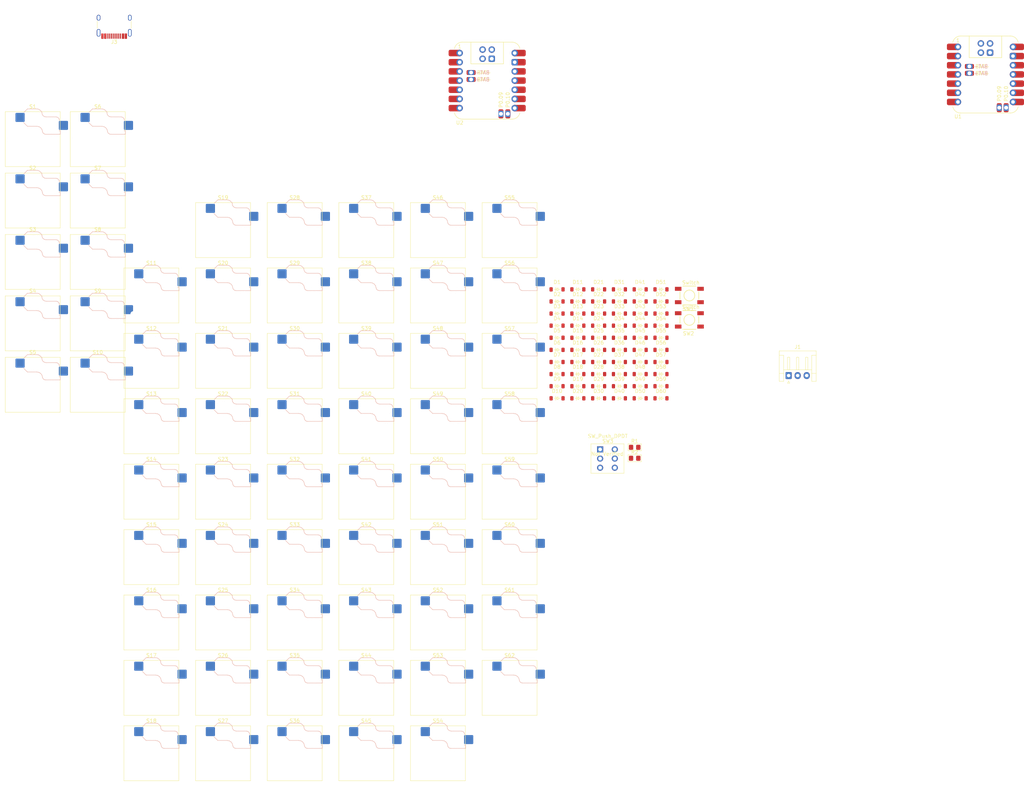
<source format=kicad_pcb>
(kicad_pcb (version 20221018) (generator pcbnew)
  (layers (0 "F.Cu" signal) (31 "B.Cu" signal) (34 "B.Paste" user) (35 "F.Paste" user) (36 "B.SilkS" user "B.Silkscreen") (37 "F.SilkS" user "F.Silkscreen") (38 "B.Mask" user) (39 "F.Mask" user) (44 "Edge.Cuts" user))
  (net 0 "")
  (net 1 "Row0L")
  (net 2 "Net-(D1-A)")
  (net 3 "Net-(D2-A)")
  (net 4 "Net-(D3-A)")
  (net 5 "Net-(D4-A)")
  (net 6 "Net-(D5-A)")
  (net 7 "Net-(D6-A)")
  (net 8 "Row1L")
  (net 9 "Net-(D7-A)")
  (net 10 "Net-(D8-A)")
  (net 11 "Net-(D9-A)")
  (net 12 "Net-(D10-A)")
  (net 13 "Net-(D11-A)")
  (net 14 "Net-(D12-A)")
  (net 15 "Row2L")
  (net 16 "Net-(D13-A)")
  (net 17 "Net-(D14-A)")
  (net 18 "Net-(D15-A)")
  (net 19 "Net-(D16-A)")
  (net 20 "Net-(D17-A)")
  (net 21 "Net-(D18-A)")
  (net 22 "Row3L")
  (net 23 "Net-(D19-A)")
  (net 24 "Net-(D20-A)")
  (net 25 "Net-(D21-A)")
  (net 26 "Net-(D22-A)")
  (net 27 "Net-(D23-A)")
  (net 28 "Net-(D24-A)")
  (net 29 "Row4L")
  (net 30 "Net-(D25-A)")
  (net 31 "Net-(D26-A)")
  (net 32 "Net-(D27-A)")
  (net 33 "Net-(D28-A)")
  (net 34 "Net-(D29-A)")
  (net 35 "Net-(D30-A)")
  (net 36 "Row0R")
  (net 37 "Net-(D31-A)")
  (net 38 "Row1R")
  (net 39 "Net-(D32-A)")
  (net 40 "Row2R")
  (net 41 "Net-(D33-A)")
  (net 42 "Row3R")
  (net 43 "Net-(D34-A)")
  (net 44 "Row4R")
  (net 45 "Net-(D35-A)")
  (net 46 "Net-(D36-A)")
  (net 47 "Net-(D37-A)")
  (net 48 "Net-(D38-A)")
  (net 49 "Net-(D39-A)")
  (net 50 "Net-(D40-A)")
  (net 51 "Net-(D41-A)")
  (net 52 "Net-(D42-A)")
  (net 53 "Net-(D43-A)")
  (net 54 "Net-(D44-A)")
  (net 55 "Net-(D45-A)")
  (net 56 "Net-(D46-A)")
  (net 57 "Net-(D47-A)")
  (net 58 "Net-(D48-A)")
  (net 59 "Net-(D49-A)")
  (net 60 "Net-(D50-A)")
  (net 61 "Net-(D51-A)")
  (net 62 "Net-(D52-A)")
  (net 63 "Net-(D53-A)")
  (net 64 "Net-(D54-A)")
  (net 65 "Net-(D55-A)")
  (net 66 "Net-(D56-A)")
  (net 67 "Net-(D57-A)")
  (net 68 "Net-(D58-A)")
  (net 69 "Net-(D59-A)")
  (net 70 "Net-(D60-A)")
  (net 71 "GND")
  (net 72 "3V3")
  (net 73 "VCC")
  (net 74 "Net-(J3-CC1)")
  (net 75 "D+")
  (net 76 "D-")
  (net 78 "Net-(J3-CC2)")
  (net 81 "Col0L")
  (net 82 "Col1L")
  (net 83 "Col2L")
  (net 84 "Col3L")
  (net 85 "Col4L")
  (net 86 "Col5L")
  (net 87 "Col0R")
  (net 88 "Col1R")
  (net 89 "Col2R")
  (net 90 "Col3R")
  (net 91 "Col4R")
  (net 92 "Col5R")
  (net 93 "Net-(U2-RST)")
  (net 94 "Net-(U1-RST)")
  (net 95 "5V")
  (net 96 "VBAT")
  (footprint "ScottoKeebs_Hotswap:Hotswap_Choc_V1V2_1.00u" (layer "F.Cu") (at 86.675 104.3)
    (fp_text reference "S20")
    (fp_text value "Keyswitch")
  )
  (footprint "ScottoKeebs_Components:Diode_SOD-123" (layer "F.Cu") (at 184.87 109.305)
    (fp_text reference "D13")
    (fp_text value "Diode")
  )
  (footprint "ScottoKeebs_Hotswap:Hotswap_Choc_V1V2_1.00u" (layer "F.Cu") (at 66.85 194.8)
    (fp_text reference "S16")
    (fp_text value "Keyswitch")
  )
  (footprint "ScottoKeebs_Hotswap:Hotswap_Choc_V1V2_1.00u" (layer "F.Cu") (at 165.975 122.4)
    (fp_text reference "S57")
    (fp_text value "Keyswitch")
  )
  (footprint "ScottoKeebs_Components:Diode_SOD-123" (layer "F.Cu") (at 196.37 105.955)
    (fp_text reference "D32")
    (fp_text value "Diode")
  )
  (footprint "ScottoKeebs_Components:Diode_SOD-123" (layer "F.Cu") (at 184.87 119.355)
    (fp_text reference "D16")
    (fp_text value "Diode")
  )
  (footprint "ScottoKeebs_Hotswap:Hotswap_Choc_V1V2_1.00u" (layer "F.Cu") (at 66.85 104.3)
    (fp_text reference "S11")
    (fp_text value "Keyswitch")
  )
  (footprint "ScottoKeebs_Hotswap:Hotswap_Choc_V1V2_1.00u" (layer "F.Cu") (at 66.85 140.5)
    (fp_text reference "S13")
    (fp_text value "Keyswitch")
  )
  (footprint "ScottoKeebs_Hotswap:Hotswap_Choc_V1V2_1.00u" (layer "F.Cu") (at 106.5 212.9)
    (fp_text reference "S35")
    (fp_text value "Keyswitch")
  )
  (footprint "ScottoKeebs_Components:Diode_SOD-123" (layer "F.Cu") (at 207.87 119.355)
    (fp_text reference "D56")
    (fp_text value "Diode")
  )
  (footprint "ScottoKeebs_Components:Diode_SOD-123" (layer "F.Cu") (at 190.62 112.655)
    (fp_text reference "D24")
    (fp_text value "Diode")
  )
  (footprint "ScottoKeebs_Components:Diode_SOD-123" (layer "F.Cu") (at 207.87 109.305)
    (fp_text reference "D53")
    (fp_text value "Diode")
  )
  (footprint "ScottoKeebs_Components:Diode_SOD-123" (layer "F.Cu") (at 207.87 116.005)
    (fp_text reference "D55")
    (fp_text value "Diode")
  )
  (footprint "ScottoKeebs_Hotswap:Hotswap_Choc_V1V2_1.00u" (layer "F.Cu") (at 86.675 140.5)
    (fp_text reference "S22")
    (fp_text value "Keyswitch")
  )
  (footprint "ScottoKeebs_Components:Diode_SOD-123" (layer "F.Cu") (at 179.12 102.605)
    (fp_text reference "D1")
    (fp_text value "Diode")
  )
  (footprint "ScottoKeebs_Hotswap:Hotswap_Choc_V1V2_1.00u" (layer "F.Cu") (at 34 61.025)
    (fp_text reference "S1")
    (fp_text value "Keyswitch")
  )
  (footprint "ScottoKeebs_Components:Diode_SOD-123" (layer "F.Cu") (at 184.87 132.755)
    (fp_text reference "D20")
    (fp_text value "Diode")
  )
  (footprint "ScottoKeebs_Hotswap:Hotswap_Choc_V1V2_1.00u" (layer "F.Cu") (at 52 78.025)
    (fp_text reference "S7")
    (fp_text value "Keyswitch")
  )
  (footprint "ScottoKeebs_Components:Diode_SOD-123" (layer "F.Cu") (at 207.87 126.055)
    (fp_text reference "D58")
    (fp_text value "Diode")
  )
  (footprint "PCM_marbastlib-various:USB_C_Receptacle_HRO_TYPE-C-31-M-12" (layer "F.Cu") (at 56.55 28.475 180)
    (fp_text reference "J3")
    (fp_text value "USB_C_Receptacle_USB2.0")
  )
  (footprint "ScottoKeebs_Hotswap:Hotswap_Choc_V1V2_1.00u" (layer "F.Cu") (at 34 112.025)
    (fp_text reference "S4")
    (fp_text value "Keyswitch")
  )
  (footprint "ScottoKeebs_Hotswap:Hotswap_Choc_V1V2_1.00u" (layer "F.Cu") (at 165.975 212.9)
    (fp_text reference "S62")
    (fp_text value "Keyswitch")
  )
  (footprint "ScottoKeebs_Hotswap:Hotswap_Choc_V1V2_1.00u" (layer "F.Cu") (at 146.15 231)
    (fp_text reference "S54")
    (fp_text value "Keyswitch")
  )
  (footprint "ScottoKeebs_Components:Diode_SOD-123" (layer "F.Cu") (at 184.87 116.005)
    (fp_text reference "D15")
    (fp_text value "Diode")
  )
  (footprint "ScottoKeebs_Hotswap:Hotswap_Choc_V1V2_1.00u" (layer "F.Cu") (at 165.975 104.3)
    (fp_text reference "S56")
    (fp_text value "Keyswitch")
  )
  (footprint "ScottoKeebs_Components:Diode_SOD-123" (layer "F.Cu") (at 207.87 122.705)
    (fp_text reference "D57")
    (fp_text value "Diode")
  )
  (footprint "ScottoKeebs_Components:Diode_SOD-123" (layer "F.Cu") (at 184.87 105.955)
    (fp_text reference "D12")
    (fp_text value "Diode")
  )
  (footprint "ScottoKeebs_Hotswap:Hotswap_Choc_V1V2_1.00u" (layer "F.Cu") (at 146.15 104.3)
    (fp_text reference "S47")
    (fp_text value "Keyswitch")
  )
  (footprint "ScottoKeebs_Hotswap:Hotswap_Choc_V1V2_1.00u" (layer "F.Cu") (at 126.325 158.6)
    (fp_text reference "S41")
    (fp_text value "Keyswitch")
  )
  (footprint "ScottoKeebs_Components:Diode_SOD-123" (layer "F.Cu") (at 196.37 126.055)
    (fp_text reference "D38")
    (fp_text value "Diode")
  )
  (footprint "ScottoKeebs_Hotswap:Hotswap_Choc_V1V2_1.00u" (layer "F.Cu") (at 86.675 176.7)
    (fp_text reference "S24")
    (fp_text value "Keyswitch")
  )
  (footprint "ScottoKeebs_Components:Diode_SOD-123" (layer "F.Cu") (at 184.87 102.605)
    (fp_text reference "D11")
    (fp_text value "Diode")
  )
  (footprint "PCM_marbastlib-xp-promicroish:Xiao_nRF52840_ACH" (layer "F.Cu") (at 159.775 44.825)
    (fp_text reference "U2")
    (fp_text value "Seeeduino Xiao nRF52840")
  )
  (footprint "ScottoKeebs_Components:Diode_SOD-123" (layer "F.Cu") (at 207.87 112.655)
    (fp_text reference "D54")
    (fp_text value "Diode")
  )
  (footprint "ScottoKeebs_Components:Diode_SOD-123" (layer "F.Cu") (at 202.12 119.355)
    (fp_text reference "D46")
    (fp_text value "Diode")
  )
  (footprint "ScottoKeebs_Components:Diode_SOD-123" (layer "F.Cu") (at 190.62 105.955)
    (fp_text reference "D22")
    (fp_text value "Diode")
  )
  (footprint "ScottoKeebs_Hotswap:Hotswap_Choc_V1V2_1.00u" (layer "F.Cu") (at 52.000238 129.024543)
    (fp_text reference "S10")
    (fp_text value "Keyswitch")
  )
  (footprint "ScottoKeebs_Hotswap:Hotswap_Choc_V1V2_1.00u" (layer "F.Cu") (at 86.675 212.9)
    (fp_text reference "S26")
    (fp_text value "Keyswitch")
  )
  (footprint "ScottoKeebs_Components:Diode_SOD-123" (layer "F.Cu") (at 190.62 109.305)
    (fp_text reference "D23")
    (fp_text value "Diode")
  )
  (footprint "ScottoKeebs_Components:Diode_SOD-123" (layer "F.Cu") (at 202.12 112.655)
    (fp_text reference "D44")
    (fp_text value "Diode")
  )
  (footprint "ScottoKeebs_Hotswap:Hotswap_Choc_V1V2_1.00u" (layer "F.Cu") (at 106.5 140.5)
    (fp_text reference "S31")
    (fp_text value "Keyswitch")
  )
  (footprint "ScottoKeebs_Hotswap:Hotswap_Choc_V1V2_1.00u" (layer "F.Cu") (at 106.5 194.8)
    (fp_text reference "S34")
    (fp_text value "Keyswitch")
  )
  (footprint "ScottoKeebs_Hotswap:Hotswap_Choc_V1V2_1.00u" (layer "F.Cu") (at 165.975 158.6)
    (fp_text reference "S59")
    (fp_text value "Keyswitch")
  )
  (footprint "ScottoKeebs_Hotswap:Hotswap_Choc_V1V2_1.00u" (layer "F.Cu") (at 51.999656 112.024362)
    (fp_text reference "S9")
    (fp_text value "Keyswitch")
  )
  (footprint "ScottoKeebs_Hotswap:Hotswap_Choc_V1V2_1.00u" (layer "F.Cu") (at 106.5 231)
    (fp_text reference "S36")
    (fp_text value "Keyswitch")
  )
  (footprint "ScottoKeebs_Components:Diode_SOD-123" (layer "F.Cu") (at 207.87 132.755)
    (fp_text reference "D60")
    (fp_text value "Diode")
  )
  (footprint "ScottoKeebs_Components:Diode_SOD-123" (layer "F.Cu") (at 184.87 122.705)
    (fp_text reference "D17")
    (fp_text value "Diode")
  )
  (footprint "ScottoKeebs_Components:Diode_SOD-123" (layer "F.Cu") (at 190.62 129.405)
    (fp_text reference "D29")
    (fp_text value "Diode")
  )
  (footprint "ScottoKeebs_Hotswap:Hotswap_Choc_V1V2_1.00u" (layer "F.Cu") (at 86.675 231)
    (fp_text reference "S27")
    (fp_text value "Keyswitch")
  )
  (footprint "ScottoKeebs_Components:Diode_SOD-123" (layer "F.Cu") (at 202.12 122.705)
    (fp_text reference "D47")
    (fp_text value "Diode")
  )
  (footprint "ScottoKeebs_Hotswap:Hotswap_Choc_V1V2_1.00u" (layer "F.Cu") (at 66.85 122.4)
    (fp_text reference "S12")
    (fp_text value "Keyswitch")
  )
  (footprint "ScottoKeebs_Hotswap:Hotswap_Choc_V1V2_1.00u" (layer "F.Cu") (at 126.325 194.8)
    (fp_text reference "S43")
    (fp_text value "Keyswitch")
  )
  (footprint "ScottoKeebs_Components:Diode_SOD-123" (layer "F.Cu") (at 196.37 132.755)
    (fp_text reference "D40")
    (fp_text value "Diode")
  )
  (footprint "ScottoKeebs_Components:Diode_SOD-123" (layer "F.Cu") (at 202.12 109.305)
    (fp_text reference "D43")
    (fp_text value "Diode")
  )
  (footprint "ScottoKeebs_Hotswap:Hotswap_Choc_V1V2_1.00u" (layer "F.Cu") (at 146.15 140.5)
    (fp_text reference "S49")
    (fp_text value "Keyswitch")
  )
  (footprint "ScottoKeebs_Hotswap:Hotswap_Choc_V1V2_1.00u" (layer "F.Cu") (at 106.5 176.7)
    (fp_text reference "S33")
    (fp_text value "Keyswitch")
  )
  (footprint "ScottoKeebs_Components:Diode_SOD-123" (layer "F.Cu") (at 207.87 105.955)
    (fp_text reference "D52")
    (fp_text value "Diode")
  )
  (footprint "ScottoKeebs_Components:Diode_SOD-123" (layer "F.Cu") (at 190.62 132.755)
    (fp_text reference "D30")
    (fp_text value "Diode")
  )
  (footprint "ScottoKeebs_Hotswap:Hotswap_Choc_V1V2_1.00u" (layer "F.Cu") (at 52 61.025)
    (fp_text reference "S6")
    (fp_text value "Keyswitch")
  )
  (footprint "ScottoKeebs_Components:Diode_SOD-123" (layer "F.Cu") (at 179.12 116.005)
    (fp_text reference "D5")
    (fp_text value "Diode")
  )
  (footprint "PCM_4ms_Switch:Button_Tact_Sqkg" (layer "F.Cu") (at 215.73 104.305)
    (fp_text reference "SW1")
    (fp_text value "Switch")
  )
  (footprint "ScottoKeebs_Components:Diode_SOD-123" (layer "F.Cu") (at 179.12 119.355)
    (fp_text reference "D6")
    (fp_text value "Diode")
  )
  (footprint "ScottoKeebs_Hotswap:Hotswap_Choc_V1V2_1.00u" (layer "F.Cu") (at 86.675 158.6)
    (fp_text reference "S23")
    (fp_text value "Keyswitch")
  )
  (footprint "ScottoKeebs_Components:Diode_SOD-123" (layer "F.Cu") (at 190.62 116.005)
    (fp_text reference "D25")
    (fp_text value "Diode")
  )
  (footprint "ScottoKeebs_Hotswap:Hotswap_Choc_V1V2_1.00u" (layer "F.Cu") (at 52.000592 95.02431)
    (fp_text reference "S8")
    (fp_text value "Keyswitch")
  )
  (footprint "ScottoKeebs_Hotswap:Hotswap_Choc_V1V2_1.00u" (layer "F.Cu") (at 86.675 86.2)
    (fp_text reference "S19")
    (fp_text value "Keyswitch")
  )
  (footprint "ScottoKeebs_Hotswap:Hotswap_Choc_V1V2_1.00u" (layer "F.Cu") (at 86.675 122.4)
    (fp_text reference "S21")
    (fp_text value "Keyswitch")
  )
  (footprint "ScottoKeebs_Hotswap:Hotswap_Choc_V1V2_1.00u" (layer "F.Cu") (at 34 95.025)
    (fp_text reference "S3")
    (fp_text value "Keyswitch")
  )
  (footprint "ScottoKeebs_Components:Diode_SOD-123" (layer "F.Cu") (at 196.37 109.305)
    (fp_text reference "D33")
    (fp_text value "Diode")
  )
  (footprint "ScottoKeebs_Hotswap:Hotswap_Choc_V1V2_1.00u" (layer "F.Cu") (at 126.325 86.2)
    (fp_text reference "S37")
    (fp_text value "Keyswitch")
  )
  (footprint "ScottoKeebs_Hotswap:Hotswap_Choc_V1V2_1.00u" (layer "F.Cu") (at 165.975 176.7)
    (fp_text reference "S60")
    (fp_text value "Keyswitch")
  )
  (footprint "ScottoKeebs_Hotswap:Hotswap_Choc_V1V2_1.00u" (layer "F.Cu") (at 146.15 176.7)
    (fp_text reference "S51")
    (fp_text value "Keyswitch")
  )
  (footprint "ScottoKeebs_Components:Diode_SOD-123" (layer "F.Cu") (at 184.87 129.405)
    (fp_text reference "D19")
    (fp_text value "Diode")
  )
  (footprint "ScottoKeebs_Components:Diode_SOD-123" (layer "F.Cu") (at 196.37 122.705)
    (fp_text reference "D37")
    (fp_text value "Diode")
  )
  (footprint "ScottoKeebs_Hotswap:Hotswap_Choc_V1V2_1.00u" (layer "F.Cu") (at 126.325 104.3)
    (fp_text reference "S38")
    (fp_text value "Keyswitch")
  )
  (footprint "ScottoKeebs_Components:Diode_SOD-123" (layer "F.Cu") (at 202.12 102.605)
    (fp_text reference "D41")
    (fp_text value "Diode")
  )
  (footprint "ScottoKeebs_Hotswap:Hotswap_Choc_V1V2_1.00u" (layer "F.Cu") (at 165.975 140.5)
    (fp_text reference "S58")
    (fp_text value "Keyswitch")
  )
  (footprint "ScottoKeebs_Components:Diode_SOD-123" (layer "F.Cu") (at 202.12 105.955)
    (fp_text reference "D42")
    (fp_text value "Diode")
  )
  (footprint "ScottoKeebs_Hotswap:Hotswap_Choc_V1V2_1.00u" (layer "F.Cu") (at 126.325 140.5)
    (fp_text reference "S40")
    (fp_text value "Keyswitch")
  )
  (footprint "ScottoKeebs_Components:Diode_SOD-123" (layer "F.Cu") (at 184.87 112.655)
    (fp_text reference "D14")
    (fp_text value "Diode")
  )
  (footprint "ScottoKeebs_Components:Diode_SOD-123" (layer "F.Cu") (at 196.37 116.005)
    (fp_text reference "D35")
    (fp_text value "Diode")
  )
  (footprint "ScottoKeebs_Hotswap:Hotswap_Choc_V1V2_1.00u" (layer "F.Cu") (at 146.15 212.9)
    (fp_text reference "S53")
    (fp_text value "Keyswitch")
  )
  (footprint "ScottoKeebs_Hotswap:Hotswap_Choc_V1V2_1.00u" (layer "F.Cu") (at 126.325 212.9)
    (fp_text reference "S44")
    (fp_text value "Keyswitch")
  )
  (footprint "ScottoKeebs_Hotswap:Hotswap_Choc_V1V2_1.00u" (layer "F.Cu") (at 86.675 194.8)
    (fp_text reference "S25")
    (fp_text value "Keyswitch")
  )
  (footprint "ScottoKeebs_Components:Diode_SOD-123" (layer "F.Cu") (at 179.12 105.955)
    (fp_text reference "D2")
    (fp_text value "Diode")
  )
  (footprint "PCM_4ms_Switch:Switch_Toggle_DPDT_SubMini" (layer "F.Cu") (at 193.045 149.42)
    (fp_text reference "SW3")
    (fp_text value "SW_Push_DPDT")
  )
  (footprint "ScottoKeebs_Components:Diode_SOD-123" (layer "F.Cu") (at 196.37 102.605)
    (fp_text reference "D31")
    (fp_text value "Diode")
  )
  (footprint "ScottoKeebs_Components:Diode_SOD-123" (layer "F.Cu") (at 190.62 119.355)
    (fp_text reference "D26")
    (fp_text value "Diode")
  )
  (footprint "ScottoKeebs_Components:Diode_SOD-123" (layer "F.Cu") (at 190.62 126.055)
    (fp_text reference "D28")
    (fp_text value "Diode")
  )
  (footprint "ScottoKeebs_Hotswap:Hotswap_Choc_V1V2_1.00u" (layer "F.Cu") (at 66.85 176.7)
    (fp_text reference "S15")
    (fp_text value "Keyswitch")
  )
  (footprint "ScottoKeebs_Components:Diode_SOD-123" (layer "F.Cu") (at 179.12 109.305)
    (fp_text reference "D3")
    (fp_text value "Diode")
  )
  (footprint "ScottoKeebs_Components:Diode_SOD-123" (layer "F.Cu") (at 179.12 112.655)
    (fp_text reference "D4")
    (fp_text value "Diode")
  )
  (footprint "ScottoKeebs_Hotswap:Hotswap_Choc_V1V2_1.00u" (layer "F.Cu") (at 146.15 194.8)
    (fp_text reference "S52")
    (fp_text value "Keyswitch")
  )
  (footprint "ScottoKeebs_Components:Diode_SOD-123" (layer "F.Cu") (at 202.12 126.055)
    (fp_text reference "D48")
    (fp_text value "Diode")
  )
  (footprint "ScottoKeebs_Components:Diode_SOD-123" (layer "F.Cu") (at 202.12 129.405)
    (fp_text reference "D49")
    (fp_text value "Diode")
  )
  (footprint "PCM_Resistor_SMD_AKL:R_0805_2012Metric_Pad1.20x1.40mm_HandSolder" (layer "F.Cu") (at 200.5965 146.3225)
    (fp_text reference "R1")
    (fp_text value "1k")
  )
  (footprint "PCM_4ms_Switch:Button_Tact_Sqkg" (layer "F.Cu") (at 215.73 111.055)
    (fp_text reference "SW2")
    (fp_text value "Switch")
  )
  (footprint "PCM_marbastlib-xp-promicroish:Xiao_nRF52840_ACH" (layer "F.Cu") (at 297.675 43.125)
    (fp_text reference "U1")
    (fp_text value "Seeeduino Xiao nRF52840")
  )
  (footprint "ScottoKeebs_Hotswap:Hotswap_Choc_V1V2_1.00u" (layer "F.Cu") (at 165.975 194.8)
    (fp_text reference "S61")
    (fp_text value "Keyswitch")
  )
  (footprint "ScottoKeebs_Hotswap:Hotswap_Choc_V1V2_1.00u" (layer "F.Cu") (at 126.325 176.7)
    (fp_text reference "S42")
    (fp_text value "Keyswitch")
  )
  (footprint "ScottoKeebs_Hotswap:Hotswap_Choc_V1V2_1.00u" (layer "F.Cu") (at 126.325 122.4)
    (fp_text reference "S39")
    (fp_text value "Keyswitch")
  )
  (footprint "ScottoKeebs_Hotswap:Hotswap_Choc_V1V2_1.00u" (layer "F.Cu") (at 34 129.025)
    (fp_text reference "S5")
    (fp_text value "Keyswitch")
  )
  (footprint "ScottoKeebs_Hotswap:Hotswap_Choc_V1V2_1.00u" (layer "F.Cu") (at 106.5 122.4)
    (fp_text reference "S30")
    (fp_text value "Keyswitch")
  )
  (footprint "ScottoKeebs_Components:Diode_SOD-123" (layer "F.Cu") (at 184.87 126.055)
    (fp_text reference "D18")
    (fp_text value "Diode")
  )
  (footprint "ScottoKeebs_Components:Diode_SOD-123" (layer "F.Cu") (at 179.12 129.405)
    (fp_text reference "D9")
    (fp_text value "Diode")
  )
  (footprint "ScottoKeebs_Components:Diode_SOD-123" (layer "F.Cu") (at 196.37 112.655)
    (fp_text reference "D34")
    (fp_text value "Diode")
  )
  (footprint "ScottoKeebs_Components:Diode_SOD-123" (layer "F.Cu") (at 179.12 122.705)
    (fp_text reference "D7")
    (fp_text value "Diode")
  )
  (footprint "ScottoKeebs_Hotswap:Hotswap_Choc_V1V2_1.00u" (layer "F.Cu") (at 66.85 212.9)
    (fp_text reference "S17")
    (fp_text value "Keyswitch")
  )
  (footprint "ScottoKeebs_Hotswap:Hotswap_Choc_V1V2_1.00u" (layer "F.Cu") (at 66.85 231)
    (fp_text reference "S18")
    (fp_text value "Keyswitch")
  )
  (footprint "Connector_JST:JST_EH_S3B-EH_1x03_P2.50mm_Horizontal" (layer "F.Cu") (at 243.2 126.4575)
    (fp_text reference "J1")
    (fp_text value "Conn_01x03_Socket")
  )
  (footprint "ScottoKeebs_Components:Diode_SOD-123" (layer "F.Cu") (at 207.87 129.405)
    (fp_text reference "D59")
    (fp_text value "Diode")
  )
  (footprint "ScottoKeebs_Hotswap:Hotswap_Choc_V1V2_1.00u" (layer "F.Cu") (at 146.15 158.6)
    (fp_text reference "S50")
    (fp_text value "Keyswitch")
  )
  (footprint "ScottoKeebs_Hotswap:Hotswap_Choc_V1V2_1.00u" (layer "F.Cu") (at 146.15 86.2)
    (fp_text reference "S46")
    (fp_text value "Keyswitch")
  )
  (footprint "ScottoKeebs_Hotswap:Hotswap_Choc_V1V2_1.00u" (layer "F.Cu") (at 106.5 86.2)
    (fp_text reference "S28")
    (fp_text value "Keyswitch")
  )
  (footprint "ScottoKeebs_Hotswap:Hotswap_Choc_V1V2_1.00u" (layer "F.Cu") (at 165.975 86.2)
    (fp_text reference "S55")
    (fp_text value "Keyswitch")
  )
  (footprint "ScottoKeebs_Components:Diode_SOD-123" (layer "F.Cu") (at 179.12 126.055)
    (fp_text reference "D8")
    (fp_text value "Diode")
  )
  (footprint "ScottoKeebs_Components:Diode_SOD-123" (layer "F.Cu") (at 190.62 102.605)
    (fp_text reference "D21")
    (fp_text value "Diode")
  )
  (footprint "ScottoKeebs_Components:Diode_SOD-123" (layer "F.Cu") (at 196.37 129.405)
    (fp_text reference "D39")
    (fp_text value "Diode")
  )
  (footprint "ScottoKeebs_Hotswap:Hotswap_Choc_V1V2_1.00u" (layer "F.Cu") (at 146.15 122.4)
    (fp_text reference "S48")
    (fp_text value "Keyswitch")
  )
  (footprint "ScottoKeebs_Components:Diode_SOD-123" (layer "F.Cu") (at 190.62 122.705)
    (fp_text reference "D27")
    (fp_text value "Diode")
  )
  (footprint "ScottoKeebs_Components:Diode_SOD-123" (layer "F.Cu") (at 202.12 132.755)
    (fp_text reference "D50")
    (fp_text value "Diode")
  )
  (footprint "PCM_Resistor_SMD_AKL:R_0805_2012Metric_Pad1.20x1.40mm_HandSolder" (layer "F.Cu") (at 200.5965 149.3475)
    (fp_text reference "R2")
    (fp_text value "1k")
  )
  (footprint "ScottoKeebs_Components:Diode_SOD-123" (layer "F.Cu") (at 196.37 119.355)
    (fp_text reference "D36")
    (fp_text value "Diode")
  )
  (footprint "ScottoKeebs_Components:Diode_SOD-123" (layer "F.Cu") (at 207.87 102.605)
    (fp_text reference "D51")
    (fp_text value "Diode")
  )
  (footprint "ScottoKeebs_Hotswap:Hotswap_Choc_V1V2_1.00u" (layer "F.Cu") (at 34 78.025)
    (fp_text reference "S2")
    (fp_text value "Keyswitch")
  )
  (footprint "ScottoKeebs_Components:Diode_SOD-123" (layer "F.Cu") (at 179.12 132.755)
    (fp_text reference "D10")
    (fp_text value "Diode")
  )
  (footprint "ScottoKeebs_Components:Diode_SOD-123" (layer "F.Cu") (at 202.12 116.005)
    (fp_text reference "D45")
    (fp_text value "Diode")
  )
  (footprint "ScottoKeebs_Hotswap:Hotswap_Choc_V1V2_1.00u" (layer "F.Cu") (at 66.85 158.6)
    (fp_text reference "S14")
    (fp_text value "Keyswitch")
  )
  (footprint "ScottoKeebs_Hotswap:Hotswap_Choc_V1V2_1.00u" (layer "F.Cu") (at 126.325 231)
    (fp_text reference "S45")
    (fp_text value "Keyswitch")
  )
  (footprint "ScottoKeebs_Hotswap:Hotswap_Choc_V1V2_1.00u" (layer "F.Cu") (at 106.5 158.6)
    (fp_text reference "S32")
    (fp_text value "Keyswitch")
  )
  (footprint "ScottoKeebs_Hotswap:Hotswap_Choc_V1V2_1.00u" (layer "F.Cu") (at 106.5 104.3)
    (fp_text reference "S29")
    (fp_text value "Keyswitch")
  )
)
</source>
